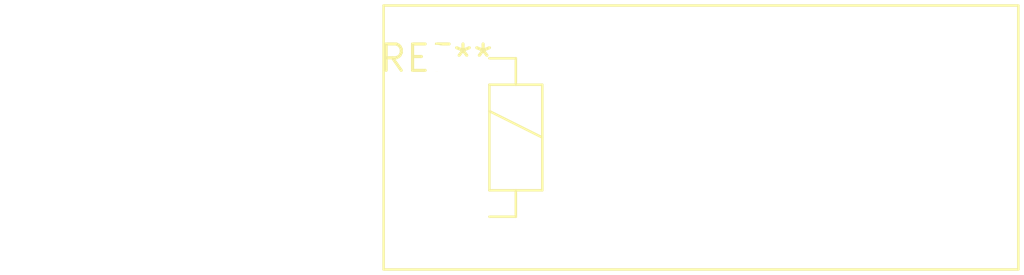
<source format=kicad_pcb>
(kicad_pcb (version 20240108) (generator pcbnew)
  (layers (0 "F.Cu" signal) (31 "B.Cu" signal) (34 "B.Paste" user) (35 "F.Paste" user) (36 "B.SilkS" user "B.Silkscreen") (37 "F.SilkS" user "F.Silkscreen") (38 "B.Mask" user) (39 "F.Mask" user) (44 "Edge.Cuts" user))
  (net 0 "")
  (footprint "Relay_SPST_Schrack-RT1-FormA_RM3.5mm" (layer "F.Cu") (at 0 0)
    (property "Reference" "REF**")
    (property "Value" "Relay_SPST_Schrack-RT1-FormA_RM3.5mm")
    (fp_line (start -2.54 -2.54) (end 27.94 -2.54) (layer "F.SilkS") (stroke (width 0.12)))
    (fp_line (start -2.54 10.16) (end -2.54 -2.54) (layer "F.SilkS") (stroke (width 0.12)))
    (fp_line (start 2.54 0) (end 3.81 0) (layer "F.SilkS") (stroke (width 0.12)))
    (fp_line (start 2.54 1.27) (end 3.81 1.27) (layer "F.SilkS") (stroke (width 0.12)))
    (fp_line (start 2.54 2.54) (end 5.08 3.81) (layer "F.SilkS") (stroke (width 0.12)))
    (fp_line (start 2.54 6.35) (end 2.54 1.27) (layer "F.SilkS") (stroke (width 0.12)))
    (fp_line (start 3.81 0) (end 3.81 1.27) (layer "F.SilkS") (stroke (width 0.12)))
    (fp_line (start 3.81 1.27) (end 5.08 1.27) (layer "F.SilkS") (stroke (width 0.12)))
    (fp_line (start 3.81 6.35) (end 3.81 7.62) (layer "F.SilkS") (stroke (width 0.12)))
    (fp_line (start 3.81 7.62) (end 2.54 7.62) (layer "F.SilkS") (stroke (width 0.12)))
    (fp_line (start 5.08 1.27) (end 5.08 6.35) (layer "F.SilkS") (stroke (width 0.12)))
    (fp_line (start 5.08 6.35) (end 2.54 6.35) (layer "F.SilkS") (stroke (width 0.12)))
    (fp_line (start 27.94 -2.54) (end 27.94 10.16) (layer "F.SilkS") (stroke (width 0.12)))
    (fp_line (start 27.94 10.16) (end -2.54 10.16) (layer "F.SilkS") (stroke (width 0.12)))
    (pad "11" thru_hole circle (at 20.32 0) (size 3 3) (drill 1.3) (layers *.Cu *.Mask) (remove_unused_layers))
    (pad "14" thru_hole circle (at 23.82 7.62) (size 3 3) (drill 1.3) (layers *.Cu *.Mask) (remove_unused_layers))
    (pad "A1" thru_hole circle (at 0 0) (size 3 3) (drill 1.3) (layers *.Cu *.Mask) (remove_unused_layers))
    (pad "A2" thru_hole circle (at 0 7.62) (size 3 3) (drill 1.3) (layers *.Cu *.Mask) (remove_unused_layers))
  )
)
</source>
